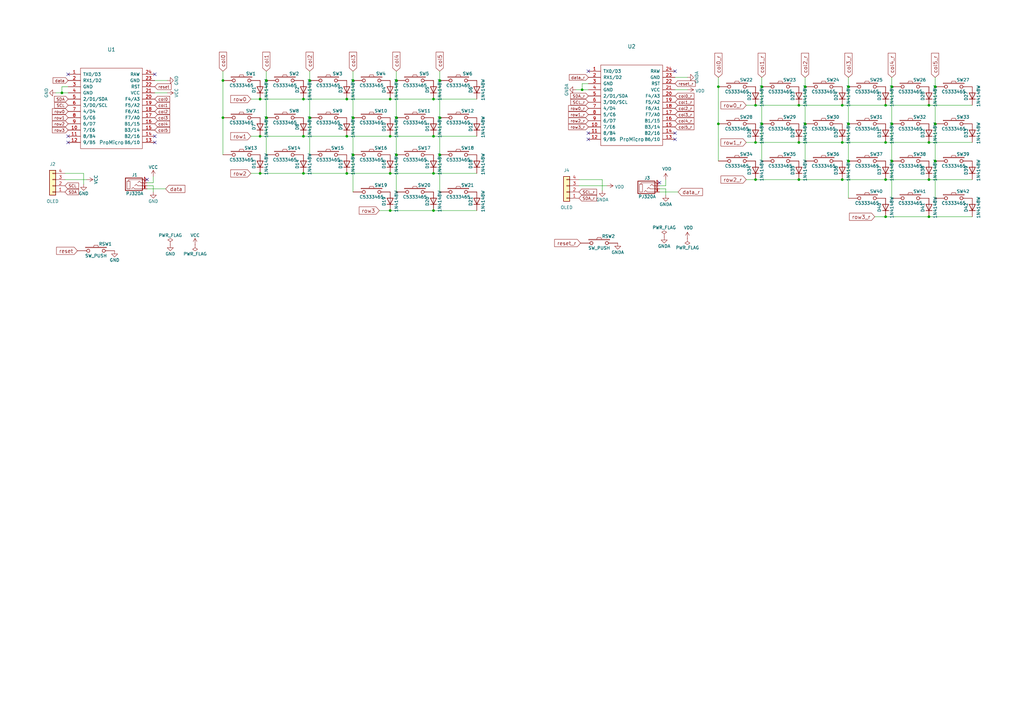
<source format=kicad_sch>
(kicad_sch (version 20230121) (generator eeschema)
  (paper "A3")
  (title_block (title "Corne Cherry") (date "2020-09-28") (rev "3.0.1") (company "foostan"))
  (lib_symbols
    (symbol "Connector_Generic:Conn_01x04" (pin_names (offset 1.016) hide)
      (property "Reference" "J" (at 0 5.08 0))
      (property "Value" "Conn_01x04" (at 0 -7.62 0))
      (symbol "Conn_01x04_1_1"
        (rectangle (start -1.27 -4.953) (end 0 -5.207) (stroke (width 0.1524)))
        (rectangle (start -1.27 -2.413) (end 0 -2.667) (stroke (width 0.1524)))
        (rectangle (start -1.27 0.127) (end 0 -0.127) (stroke (width 0.1524)))
        (rectangle (start -1.27 2.667) (end 0 2.413) (stroke (width 0.1524)))
        (rectangle (start -1.27 3.81) (end 1.27 -6.35) (stroke (width 0.254)) (fill (type background)))
        (pin passive line (at -5.08 2.54 0) (length 3.81) (name "Pin_1") (number "1"))
        (pin passive line (at -5.08 0 0) (length 3.81) (name "Pin_2") (number "2"))
        (pin passive line (at -5.08 -2.54 0) (length 3.81) (name "Pin_3") (number "3"))
        (pin passive line (at -5.08 -5.08 0) (length 3.81) (name "Pin_4") (number "4"))
      )
    )
    (symbol "Device:D" (pin_numbers hide) (pin_names (offset 1.016) hide)
      (property "Reference" "D" (at 0 2.54 0))
      (property "Value" "D" (at 0 -2.54 0))
      (symbol "D_0_1"
        (polyline (pts (xy -1.27 1.27) (xy -1.27 -1.27)) (stroke (width 0.254)))
        (polyline (pts (xy 1.27 0) (xy -1.27 0)))
        (polyline (pts (xy 1.27 1.27) (xy 1.27 -1.27) (xy -1.27 0) (xy 1.27 1.27)) (stroke (width 0.254)))
      )
      (symbol "D_1_1"
        (pin passive line (at -3.81 0 0) (length 2.54) (name "K") (number "1"))
        (pin passive line (at 3.81 0 180) (length 2.54) (name "A") (number "2"))
      )
    )
    (symbol "kbd:MJ-4PP-9" (pin_names (offset 1.016))
      (property "Reference" "J" (at 0 3.81 0))
      (property "Value" "MJ-4PP-9" (at 0 -3.81 0))
      (symbol "MJ-4PP-9_0_1"
        (rectangle (start -1.905 -1.905) (end -3.175 1.27))
        (polyline (pts (xy -2.54 1.27) (xy -2.54 1.905) (xy 3.175 1.905)))
        (polyline (pts (xy -1.27 -1.905) (xy -0.635 -1.27) (xy 0 -1.905) (xy 3.175 -1.905)))
        (polyline (pts (xy 0 -0.635) (xy 0.635 0) (xy 1.27 -0.635) (xy 3.175 -0.635)))
        (polyline (pts (xy 1.27 0.635) (xy 1.905 1.27) (xy 2.54 0.635) (xy 3.175 0.635)))
        (rectangle (start 3.175 2.54) (end -3.81 -2.54) (stroke (width 0.3048)))
      )
      (symbol "MJ-4PP-9_1_1"
        (pin input line (at 5.08 1.905 180) (length 2.0066) (name "~") (number "A"))
        (pin input line (at 5.08 -1.905 180) (length 2.0066) (name "~") (number "B"))
        (pin input line (at 5.08 -0.635 180) (length 2.0066) (name "~") (number "C"))
        (pin input line (at 5.08 0.635 180) (length 2.0066) (name "~") (number "D"))
      )
    )
    (symbol "kbd:ProMicro" (pin_names (offset 1.016))
      (property "Reference" "U" (at 0 19.05 0))
      (property "Value" "ProMicro" (at 0 -19.05 0))
      (symbol "ProMicro_0_1"
        (rectangle (start -12.7 16.51) (end 12.7 -16.51))
      )
      (symbol "ProMicro_1_1"
        (pin bidirectional line (at -17.78 13.97 0) (length 5.08) (name "TX0/D3") (number "1"))
        (pin bidirectional line (at -17.78 -8.89 0) (length 5.08) (name "7/E6") (number "10"))
        (pin bidirectional line (at -17.78 -11.43 0) (length 5.08) (name "8/B4") (number "11"))
        (pin bidirectional line (at -17.78 -13.97 0) (length 5.08) (name "9/B5") (number "12"))
        (pin bidirectional line (at 17.78 -13.97 180) (length 5.08) (name "B6/10") (number "13"))
        (pin bidirectional line (at 17.78 -11.43 180) (length 5.08) (name "B2/16") (number "14"))
        (pin bidirectional line (at 17.78 -8.89 180) (length 5.08) (name "B3/14") (number "15"))
        (pin bidirectional line (at 17.78 -6.35 180) (length 5.08) (name "B1/15") (number "16"))
        (pin bidirectional line (at 17.78 -3.81 180) (length 5.08) (name "F7/A0") (number "17"))
        (pin bidirectional line (at 17.78 -1.27 180) (length 5.08) (name "F6/A1") (number "18"))
        (pin bidirectional line (at 17.78 1.27 180) (length 5.08) (name "F5/A2") (number "19"))
        (pin bidirectional line (at -17.78 11.43 0) (length 5.08) (name "RX1/D2") (number "2"))
        (pin bidirectional line (at 17.78 3.81 180) (length 5.08) (name "F4/A3") (number "20"))
        (pin power_in line (at 17.78 6.35 180) (length 5.08) (name "VCC") (number "21"))
        (pin input line (at 17.78 8.89 180) (length 5.08) (name "RST") (number "22"))
        (pin power_in line (at 17.78 11.43 180) (length 5.08) (name "GND") (number "23"))
        (pin power_out line (at 17.78 13.97 180) (length 5.08) (name "RAW") (number "24"))
        (pin power_in line (at -17.78 8.89 0) (length 5.08) (name "GND") (number "3"))
        (pin power_in line (at -17.78 6.35 0) (length 5.08) (name "GND") (number "4"))
        (pin bidirectional line (at -17.78 3.81 0) (length 5.08) (name "2/D1/SDA") (number "5"))
        (pin bidirectional line (at -17.78 1.27 0) (length 5.08) (name "3/D0/SCL") (number "6"))
        (pin bidirectional line (at -17.78 -1.27 0) (length 5.08) (name "4/D4") (number "7"))
        (pin bidirectional line (at -17.78 -3.81 0) (length 5.08) (name "5/C6") (number "8"))
        (pin bidirectional line (at -17.78 -6.35 0) (length 5.08) (name "6/D7") (number "9"))
      )
    )
    (symbol "kbd:SW_PUSH" (pin_numbers hide) (pin_names (offset 1.016) hide)
      (property "Reference" "SW" (at 3.81 2.794 0))
      (property "Value" "SW_PUSH" (at 0 -2.032 0))
      (symbol "SW_PUSH_0_1"
        (rectangle (start -4.318 1.27) (end 4.318 1.524))
        (polyline (pts (xy -1.016 1.524) (xy -0.762 2.286) (xy 0.762 2.286) (xy 1.016 1.524)))
        (pin passive inverted (at -7.62 0 0) (length 5.08) (name "1") (number "1"))
        (pin passive inverted (at 7.62 0 180) (length 5.08) (name "2") (number "2"))
      )
    )
    (symbol "power:GND" (power) (pin_names (offset 0))
      (property "Value" "GND" (at 0 -3.81 0))
      (symbol "GND_0_1"
        (polyline (pts (xy 0 0) (xy 0 -1.27) (xy 1.27 -1.27) (xy 0 -2.54) (xy -1.27 -1.27) (xy 0 -1.27)))
      )
      (symbol "GND_1_1"
        (pin power_in line (at 0 0 270) (length 0) hide (name "GND") (number "1"))
      )
    )
    (symbol "power:GNDA" (power) (pin_names (offset 0))
      (property "Value" "GNDA" (at 0 -3.81 0))
      (symbol "GNDA_0_1"
        (polyline (pts (xy 0 0) (xy 0 -1.27) (xy 1.27 -1.27) (xy 0 -2.54) (xy -1.27 -1.27) (xy 0 -1.27)))
      )
      (symbol "GNDA_1_1"
        (pin power_in line (at 0 0 270) (length 0) hide (name "GNDA") (number "1"))
      )
    )
    (symbol "power:PWR_FLAG" (power) (pin_numbers hide) (pin_names (offset 0) hide)
      (property "Value" "PWR_FLAG" (at 0 3.81 0))
      (symbol "PWR_FLAG_0_0"
        (pin power_out line (at 0 0 90) (length 0) (name "pwr") (number "1"))
      )
      (symbol "PWR_FLAG_0_1"
        (polyline (pts (xy 0 0) (xy 0 1.27) (xy -1.016 1.905) (xy 0 2.54) (xy 1.016 1.905) (xy 0 1.27)))
      )
    )
    (symbol "power:VCC" (power) (pin_names (offset 0))
      (property "Value" "VCC" (at 0 3.81 0))
      (symbol "VCC_0_1"
        (polyline (pts (xy -0.762 1.27) (xy 0 2.54)))
        (polyline (pts (xy 0 0) (xy 0 2.54)))
        (polyline (pts (xy 0 2.54) (xy 0.762 1.27)))
      )
      (symbol "VCC_1_1"
        (pin power_in line (at 0 0 90) (length 0) hide (name "VCC") (number "1"))
      )
    )
    (symbol "power:VDD" (power) (pin_names (offset 0))
      (property "Value" "VDD" (at 0 3.81 0))
      (symbol "VDD_0_1"
        (polyline (pts (xy -0.762 1.27) (xy 0 2.54)))
        (polyline (pts (xy 0 0) (xy 0 2.54)))
        (polyline (pts (xy 0 2.54) (xy 0.762 1.27)))
      )
      (symbol "VDD_1_1"
        (pin power_in line (at 0 0 90) (length 0) hide (name "VDD") (number "1"))
      )
    )
  )
  (junction (at 142.24 40.64))
  (junction (at 127 48.26))
  (junction (at 363.22 58.42))
  (junction (at 160.02 71.12))
  (junction (at 345.44 73.66))
  (junction (at 309.88 73.66))
  (junction (at 162.56 63.5))
  (junction (at 309.88 43.18))
  (junction (at 381 58.42))
  (junction (at 177.8 55.88))
  (junction (at 177.8 40.64))
  (junction (at 25.4 38.1))
  (junction (at 330.2 50.8))
  (junction (at 383.54 66.04))
  (junction (at 294.64 35.56))
  (junction (at 312.42 50.8))
  (junction (at 142.24 71.12))
  (junction (at 177.8 71.12))
  (junction (at 381 43.18))
  (junction (at 109.22 48.26))
  (junction (at 347.98 35.56))
  (junction (at 327.66 73.66))
  (junction (at 160.02 40.64))
  (junction (at 294.64 50.8))
  (junction (at 238.76 36.83))
  (junction (at 180.34 33.02))
  (junction (at 106.68 71.12))
  (junction (at 363.22 73.66))
  (junction (at 347.98 66.04))
  (junction (at 312.42 35.56))
  (junction (at 160.02 86.36))
  (junction (at 363.22 88.9))
  (junction (at 160.02 55.88))
  (junction (at 365.76 66.04))
  (junction (at 144.78 48.26))
  (junction (at 144.78 33.02))
  (junction (at 106.68 55.88))
  (junction (at 381 88.9))
  (junction (at 106.68 40.64))
  (junction (at 327.66 43.18))
  (junction (at 144.78 63.5))
  (junction (at 162.56 33.02))
  (junction (at 327.66 58.42))
  (junction (at 365.76 50.8))
  (junction (at 180.34 48.26))
  (junction (at 109.22 33.02))
  (junction (at 127 33.02))
  (junction (at 91.44 48.26))
  (junction (at 177.8 86.36))
  (junction (at 124.46 55.88))
  (junction (at 345.44 58.42))
  (junction (at 345.44 43.18))
  (junction (at 383.54 35.56))
  (junction (at 381 73.66))
  (junction (at 365.76 35.56))
  (junction (at 91.44 33.02))
  (junction (at 309.88 58.42))
  (junction (at 142.24 55.88))
  (junction (at 347.98 50.8))
  (junction (at 330.2 35.56))
  (junction (at 162.56 48.26))
  (junction (at 124.46 71.12))
  (junction (at 180.34 63.5))
  (junction (at 124.46 40.64))
  (junction (at 363.22 43.18))
  (junction (at 383.54 50.8))
  (no_connect (at 63.5 58.42))
  (no_connect (at 63.5 55.88))
  (no_connect (at 241.3 57.15))
  (no_connect (at 60.325 73.66))
  (no_connect (at 241.3 54.61))
  (no_connect (at 276.86 54.61))
  (no_connect (at 241.3 29.21))
  (no_connect (at 27.94 58.42))
  (no_connect (at 27.94 30.48))
  (no_connect (at 270.51 74.93))
  (no_connect (at 276.86 29.21))
  (no_connect (at 27.94 55.88))
  (no_connect (at 276.86 57.15))
  (no_connect (at 63.5 30.48))
  (wire (pts (xy 312.42 50.8) (xy 312.42 66.04)))
  (wire (pts (xy 91.44 29.21) (xy 91.44 33.02)))
  (wire (pts (xy 294.64 31.75) (xy 294.64 35.56)))
  (wire (pts (xy 106.68 40.64) (xy 124.46 40.64)))
  (wire (pts (xy 177.8 55.88) (xy 195.58 55.88)))
  (wire (pts (xy 26.67 73.66) (xy 35.56 73.66)))
  (wire (pts (xy 91.44 33.02) (xy 91.44 48.26)))
  (wire (pts (xy 309.88 73.66) (xy 327.66 73.66)))
  (wire (pts (xy 162.56 63.5) (xy 162.56 78.74)))
  (wire (pts (xy 34.29 71.12) (xy 26.67 71.12)))
  (wire (pts (xy 62.865 74.93) (xy 62.865 72.39)))
  (wire (pts (xy 162.56 33.02) (xy 162.56 48.26)))
  (wire (pts (xy 270.51 78.74) (xy 278.13 78.74)))
  (wire (pts (xy 309.88 58.42) (xy 327.66 58.42)))
  (wire (pts (xy 381 58.42) (xy 398.78 58.42)))
  (wire (pts (xy 237.49 73.66) (xy 247.015 73.66)))
  (wire (pts (xy 177.8 86.36) (xy 195.58 86.36)))
  (wire (pts (xy 124.46 71.12) (xy 142.24 71.12)))
  (wire (pts (xy 106.68 71.12) (xy 124.46 71.12)))
  (wire (pts (xy 381 88.9) (xy 398.78 88.9)))
  (wire (pts (xy 383.54 66.04) (xy 383.54 81.28)))
  (wire (pts (xy 144.78 63.5) (xy 144.78 78.74)))
  (wire (pts (xy 27.94 35.56) (xy 25.4 35.56)))
  (wire (pts (xy 34.29 75.565) (xy 34.29 71.12)))
  (wire (pts (xy 330.2 31.75) (xy 330.2 35.56)))
  (wire (pts (xy 381 43.18) (xy 398.78 43.18)))
  (wire (pts (xy 237.49 76.2) (xy 248.92 76.2)))
  (wire (pts (xy 127 33.02) (xy 127 48.26)))
  (wire (pts (xy 102.87 40.64) (xy 106.68 40.64)))
  (wire (pts (xy 177.8 71.12) (xy 195.58 71.12)))
  (wire (pts (xy 22.86 38.1) (xy 25.4 38.1)))
  (wire (pts (xy 124.46 55.88) (xy 142.24 55.88)))
  (wire (pts (xy 180.34 48.26) (xy 180.34 63.5)))
  (wire (pts (xy 241.3 34.29) (xy 238.76 34.29)))
  (wire (pts (xy 60.325 76.2) (xy 62.865 76.2)))
  (wire (pts (xy 63.5 33.02) (xy 68.58 33.02)))
  (wire (pts (xy 25.4 35.56) (xy 25.4 38.1)))
  (wire (pts (xy 306.07 58.42) (xy 309.88 58.42)))
  (wire (pts (xy 345.44 43.18) (xy 363.22 43.18)))
  (wire (pts (xy 91.44 48.26) (xy 91.44 63.5)))
  (wire (pts (xy 363.22 73.66) (xy 381 73.66)))
  (wire (pts (xy 306.07 43.18) (xy 309.88 43.18)))
  (wire (pts (xy 144.78 29.21) (xy 144.78 33.02)))
  (wire (pts (xy 60.325 77.47) (xy 67.945 77.47)))
  (wire (pts (xy 365.76 35.56) (xy 365.76 50.8)))
  (wire (pts (xy 155.575 86.36) (xy 160.02 86.36)))
  (wire (pts (xy 109.22 48.26) (xy 109.22 63.5)))
  (wire (pts (xy 60.325 74.93) (xy 62.865 74.93)))
  (wire (pts (xy 124.46 40.64) (xy 142.24 40.64)))
  (wire (pts (xy 160.02 40.64) (xy 177.8 40.64)))
  (wire (pts (xy 276.86 31.75) (xy 281.94 31.75)))
  (wire (pts (xy 347.98 31.75) (xy 347.98 35.56)))
  (wire (pts (xy 294.64 35.56) (xy 294.64 50.8)))
  (wire (pts (xy 330.2 50.8) (xy 330.2 66.04)))
  (wire (pts (xy 309.88 43.18) (xy 327.66 43.18)))
  (wire (pts (xy 312.42 31.75) (xy 312.42 35.56)))
  (wire (pts (xy 270.51 76.2) (xy 273.05 76.2)))
  (wire (pts (xy 347.98 66.04) (xy 347.98 81.28)))
  (wire (pts (xy 160.02 86.36) (xy 177.8 86.36)))
  (wire (pts (xy 327.66 73.66) (xy 345.44 73.66)))
  (wire (pts (xy 177.8 40.64) (xy 195.58 40.64)))
  (wire (pts (xy 144.78 33.02) (xy 144.78 48.26)))
  (wire (pts (xy 363.22 58.42) (xy 381 58.42)))
  (wire (pts (xy 273.05 76.2) (xy 273.05 73.66)))
  (wire (pts (xy 106.68 55.88) (xy 124.46 55.88)))
  (wire (pts (xy 312.42 35.56) (xy 312.42 50.8)))
  (wire (pts (xy 365.76 66.04) (xy 365.76 81.28)))
  (wire (pts (xy 109.22 33.02) (xy 109.22 48.26)))
  (wire (pts (xy 247.015 73.66) (xy 247.015 78.105)))
  (wire (pts (xy 363.22 43.18) (xy 381 43.18)))
  (wire (pts (xy 109.22 29.21) (xy 109.22 33.02)))
  (wire (pts (xy 383.54 31.75) (xy 383.54 35.56)))
  (wire (pts (xy 363.22 88.9) (xy 381 88.9)))
  (wire (pts (xy 345.44 58.42) (xy 363.22 58.42)))
  (wire (pts (xy 238.76 36.83) (xy 241.3 36.83)))
  (wire (pts (xy 127 48.26) (xy 127 63.5)))
  (wire (pts (xy 142.24 40.64) (xy 160.02 40.64)))
  (wire (pts (xy 347.98 50.8) (xy 347.98 66.04)))
  (wire (pts (xy 62.865 76.2) (xy 62.865 78.74)))
  (wire (pts (xy 383.54 50.8) (xy 383.54 66.04)))
  (wire (pts (xy 276.86 36.83) (xy 281.94 36.83)))
  (wire (pts (xy 347.98 35.56) (xy 347.98 50.8)))
  (wire (pts (xy 63.5 38.1) (xy 68.58 38.1)))
  (wire (pts (xy 270.51 77.47) (xy 273.05 77.47)))
  (wire (pts (xy 273.05 77.47) (xy 273.05 80.01)))
  (wire (pts (xy 144.78 48.26) (xy 144.78 63.5)))
  (wire (pts (xy 327.66 58.42) (xy 345.44 58.42)))
  (wire (pts (xy 345.44 73.66) (xy 363.22 73.66)))
  (wire (pts (xy 162.56 29.21) (xy 162.56 33.02)))
  (wire (pts (xy 102.87 71.12) (xy 106.68 71.12)))
  (wire (pts (xy 383.54 35.56) (xy 383.54 50.8)))
  (wire (pts (xy 306.07 73.66) (xy 309.88 73.66)))
  (wire (pts (xy 160.02 71.12) (xy 177.8 71.12)))
  (wire (pts (xy 365.76 50.8) (xy 365.76 66.04)))
  (wire (pts (xy 142.24 71.12) (xy 160.02 71.12)))
  (wire (pts (xy 381 73.66) (xy 398.78 73.66)))
  (wire (pts (xy 102.87 55.88) (xy 106.68 55.88)))
  (wire (pts (xy 365.76 31.75) (xy 365.76 35.56)))
  (wire (pts (xy 236.22 36.83) (xy 238.76 36.83)))
  (wire (pts (xy 127 29.21) (xy 127 33.02)))
  (wire (pts (xy 358.775 88.9) (xy 363.22 88.9)))
  (wire (pts (xy 180.34 33.02) (xy 180.34 48.26)))
  (wire (pts (xy 162.56 48.26) (xy 162.56 63.5)))
  (wire (pts (xy 330.2 35.56) (xy 330.2 50.8)))
  (wire (pts (xy 25.4 38.1) (xy 27.94 38.1)))
  (wire (pts (xy 142.24 55.88) (xy 160.02 55.88)))
  (wire (pts (xy 294.64 50.8) (xy 294.64 66.04)))
  (wire (pts (xy 160.02 55.88) (xy 177.8 55.88)))
  (wire (pts (xy 180.34 63.5) (xy 180.34 78.74)))
  (wire (pts (xy 327.66 43.18) (xy 345.44 43.18)))
  (wire (pts (xy 238.76 34.29) (xy 238.76 36.83)))
  (wire (pts (xy 180.34 29.21) (xy 180.34 33.02)))
  (global_label "col4" (shape input) (at 63.5 50.8 0) (effects (font (size 1.1938 1.1938))) (property "Intersheetrefs" "${INTERSHEET_REFS}" (effects hide)))
  (global_label "row3_r" (shape input) (at 358.775 88.9 180) (effects (font (size 1.524 1.524))) (property "Intersheetrefs" "${INTERSHEET_REFS}" (effects hide)))
  (global_label "col5_r" (shape input) (at 276.86 52.07 0) (effects (font (size 1.1938 1.1938))) (property "Intersheetrefs" "${INTERSHEET_REFS}" (effects hide)))
  (global_label "col0" (shape input) (at 91.44 29.21 90) (effects (font (size 1.524 1.524))) (property "Intersheetrefs" "${INTERSHEET_REFS}" (effects hide)))
  (global_label "SCL_r" (shape input) (at 237.49 78.74 0) (effects (font (size 1.1938 1.1938))) (property "Intersheetrefs" "${INTERSHEET_REFS}" (effects hide)))
  (global_label "reset" (shape input) (at 31.75 102.87 180) (effects (font (size 1.524 1.524))) (property "Intersheetrefs" "${INTERSHEET_REFS}" (effects hide)))
  (global_label "col1" (shape input) (at 109.22 29.21 90) (effects (font (size 1.524 1.524))) (property "Intersheetrefs" "${INTERSHEET_REFS}" (effects hide)))
  (global_label "row0" (shape input) (at 102.87 40.64 180) (effects (font (size 1.524 1.524))) (property "Intersheetrefs" "${INTERSHEET_REFS}" (effects hide)))
  (global_label "data" (shape input) (at 27.94 33.02 180) (effects (font (size 1.1938 1.1938))) (property "Intersheetrefs" "${INTERSHEET_REFS}" (effects hide)))
  (global_label "col2_r" (shape input) (at 276.86 44.45 0) (effects (font (size 1.1938 1.1938))) (property "Intersheetrefs" "${INTERSHEET_REFS}" (effects hide)))
  (global_label "data_r" (shape input) (at 241.3 31.75 180) (effects (font (size 1.1938 1.1938))) (property "Intersheetrefs" "${INTERSHEET_REFS}" (effects hide)))
  (global_label "row1_r" (shape input) (at 306.07 58.42 180) (effects (font (size 1.524 1.524))) (property "Intersheetrefs" "${INTERSHEET_REFS}" (effects hide)))
  (global_label "col5" (shape input) (at 63.5 53.34 0) (effects (font (size 1.1938 1.1938))) (property "Intersheetrefs" "${INTERSHEET_REFS}" (effects hide)))
  (global_label "col3" (shape input) (at 63.5 48.26 0) (effects (font (size 1.1938 1.1938))) (property "Intersheetrefs" "${INTERSHEET_REFS}" (effects hide)))
  (global_label "row2" (shape input) (at 102.87 71.12 180) (effects (font (size 1.524 1.524))) (property "Intersheetrefs" "${INTERSHEET_REFS}" (effects hide)))
  (global_label "col1" (shape input) (at 63.5 43.18 0) (effects (font (size 1.1938 1.1938))) (property "Intersheetrefs" "${INTERSHEET_REFS}" (effects hide)))
  (global_label "data_r" (shape input) (at 278.13 78.74 0) (effects (font (size 1.524 1.524))) (property "Intersheetrefs" "${INTERSHEET_REFS}" (effects hide)))
  (global_label "SCL" (shape input) (at 26.67 76.2 0) (effects (font (size 1.1938 1.1938))) (property "Intersheetrefs" "${INTERSHEET_REFS}" (effects hide)))
  (global_label "row1" (shape input) (at 102.87 55.88 180) (effects (font (size 1.524 1.524))) (property "Intersheetrefs" "${INTERSHEET_REFS}" (effects hide)))
  (global_label "SDA" (shape input) (at 26.67 78.74 0) (effects (font (size 1.1938 1.1938))) (property "Intersheetrefs" "${INTERSHEET_REFS}" (effects hide)))
  (global_label "col3_r" (shape input) (at 276.86 46.99 0) (effects (font (size 1.1938 1.1938))) (property "Intersheetrefs" "${INTERSHEET_REFS}" (effects hide)))
  (global_label "reset" (shape input) (at 63.5 35.56 0) (effects (font (size 1.1938 1.1938))) (property "Intersheetrefs" "${INTERSHEET_REFS}" (effects hide)))
  (global_label "col2" (shape input) (at 127 29.21 90) (effects (font (size 1.524 1.524))) (property "Intersheetrefs" "${INTERSHEET_REFS}" (effects hide)))
  (global_label "SCL_r" (shape input) (at 241.3 41.91 180) (effects (font (size 1.1938 1.1938))) (property "Intersheetrefs" "${INTERSHEET_REFS}" (effects hide)))
  (global_label "row1_r" (shape input) (at 241.3 46.99 180) (effects (font (size 1.1938 1.1938))) (property "Intersheetrefs" "${INTERSHEET_REFS}" (effects hide)))
  (global_label "row1" (shape input) (at 27.94 48.26 180) (effects (font (size 1.1938 1.1938))) (property "Intersheetrefs" "${INTERSHEET_REFS}" (effects hide)))
  (global_label "col0_r" (shape input) (at 294.64 31.75 90) (effects (font (size 1.524 1.524))) (property "Intersheetrefs" "${INTERSHEET_REFS}" (effects hide)))
  (global_label "row0_r" (shape input) (at 306.07 43.18 180) (effects (font (size 1.524 1.524))) (property "Intersheetrefs" "${INTERSHEET_REFS}" (effects hide)))
  (global_label "row2" (shape input) (at 27.94 50.8 180) (effects (font (size 1.1938 1.1938))) (property "Intersheetrefs" "${INTERSHEET_REFS}" (effects hide)))
  (global_label "row0" (shape input) (at 27.94 45.72 180) (effects (font (size 1.1938 1.1938))) (property "Intersheetrefs" "${INTERSHEET_REFS}" (effects hide)))
  (global_label "col4_r" (shape input) (at 276.86 49.53 0) (effects (font (size 1.1938 1.1938))) (property "Intersheetrefs" "${INTERSHEET_REFS}" (effects hide)))
  (global_label "col0_r" (shape input) (at 276.86 39.37 0) (effects (font (size 1.1938 1.1938))) (property "Intersheetrefs" "${INTERSHEET_REFS}" (effects hide)))
  (global_label "col5_r" (shape input) (at 383.54 31.75 90) (effects (font (size 1.524 1.524))) (property "Intersheetrefs" "${INTERSHEET_REFS}" (effects hide)))
  (global_label "col5" (shape input) (at 180.34 29.21 90) (effects (font (size 1.524 1.524))) (property "Intersheetrefs" "${INTERSHEET_REFS}" (effects hide)))
  (global_label "SCL" (shape input) (at 27.94 43.18 180) (effects (font (size 1.1938 1.1938))) (property "Intersheetrefs" "${INTERSHEET_REFS}" (effects hide)))
  (global_label "reset_r" (shape input) (at 238.125 99.695 180) (effects (font (size 1.524 1.524))) (property "Intersheetrefs" "${INTERSHEET_REFS}" (effects hide)))
  (global_label "col1_r" (shape input) (at 276.86 41.91 0) (effects (font (size 1.1938 1.1938))) (property "Intersheetrefs" "${INTERSHEET_REFS}" (effects hide)))
  (global_label "row3_r" (shape input) (at 241.3 52.07 180) (effects (font (size 1.1938 1.1938))) (property "Intersheetrefs" "${INTERSHEET_REFS}" (effects hide)))
  (global_label "row3" (shape input) (at 155.575 86.36 180) (effects (font (size 1.524 1.524))) (property "Intersheetrefs" "${INTERSHEET_REFS}" (effects hide)))
  (global_label "row0_r" (shape input) (at 241.3 44.45 180) (effects (font (size 1.1938 1.1938))) (property "Intersheetrefs" "${INTERSHEET_REFS}" (effects hide)))
  (global_label "col4" (shape input) (at 162.56 29.21 90) (effects (font (size 1.524 1.524))) (property "Intersheetrefs" "${INTERSHEET_REFS}" (effects hide)))
  (global_label "col4_r" (shape input) (at 365.76 31.75 90) (effects (font (size 1.524 1.524))) (property "Intersheetrefs" "${INTERSHEET_REFS}" (effects hide)))
  (global_label "col1_r" (shape input) (at 312.42 31.75 90) (effects (font (size 1.524 1.524))) (property "Intersheetrefs" "${INTERSHEET_REFS}" (effects hide)))
  (global_label "row2_r" (shape input) (at 306.07 73.66 180) (effects (font (size 1.524 1.524))) (property "Intersheetrefs" "${INTERSHEET_REFS}" (effects hide)))
  (global_label "SDA_r" (shape input) (at 241.3 39.37 180) (effects (font (size 1.1938 1.1938))) (property "Intersheetrefs" "${INTERSHEET_REFS}" (effects hide)))
  (global_label "col2" (shape input) (at 63.5 45.72 0) (effects (font (size 1.1938 1.1938))) (property "Intersheetrefs" "${INTERSHEET_REFS}" (effects hide)))
  (global_label "SDA" (shape input) (at 27.94 40.64 180) (effects (font (size 1.1938 1.1938))) (property "Intersheetrefs" "${INTERSHEET_REFS}" (effects hide)))
  (global_label "row2_r" (shape input) (at 241.3 49.53 180) (effects (font (size 1.1938 1.1938))) (property "Intersheetrefs" "${INTERSHEET_REFS}" (effects hide)))
  (global_label "col2_r" (shape input) (at 330.2 31.75 90) (effects (font (size 1.524 1.524))) (property "Intersheetrefs" "${INTERSHEET_REFS}" (effects hide)))
  (global_label "col0" (shape input) (at 63.5 40.64 0) (effects (font (size 1.1938 1.1938))) (property "Intersheetrefs" "${INTERSHEET_REFS}" (effects hide)))
  (global_label "col3_r" (shape input) (at 347.98 31.75 90) (effects (font (size 1.524 1.524))) (property "Intersheetrefs" "${INTERSHEET_REFS}" (effects hide)))
  (global_label "reset_r" (shape input) (at 276.86 34.29 0) (effects (font (size 1.1938 1.1938))) (property "Intersheetrefs" "${INTERSHEET_REFS}" (effects hide)))
  (global_label "SDA_r" (shape input) (at 237.49 81.28 0) (effects (font (size 1.1938 1.1938))) (property "Intersheetrefs" "${INTERSHEET_REFS}" (effects hide)))
  (global_label "col3" (shape input) (at 144.78 29.21 90) (effects (font (size 1.524 1.524))) (property "Intersheetrefs" "${INTERSHEET_REFS}" (effects hide)))
  (global_label "row3" (shape input) (at 27.94 53.34 180) (effects (font (size 1.1938 1.1938))) (property "Intersheetrefs" "${INTERSHEET_REFS}" (effects hide)))
  (global_label "data" (shape input) (at 67.945 77.47 0) (effects (font (size 1.524 1.524))) (property "Intersheetrefs" "${INTERSHEET_REFS}" (effects hide)))
  (symbol (lib_id "kbd:ProMicro") (at 45.72 44.45 0) (unit 1)
    (property "Reference" "U1" (at 45.72 20.32 0) (effects (font (size 1.524 1.524))))
    (property "Value" "ProMicro" (at 45.72 58.42 0) (effects (font (size 1.524 1.524))))
    (property "Footprint" "kbd:ProMicro_v3" (effects hide))
  )
  (symbol (lib_id "kbd:SW_PUSH") (at 116.84 33.02 0) (unit 1)
    (property "Reference" "SW2" (at 120.65 30.226 0))
    (property "Value" "C5333465" (at 116.84 35.052 0))
    (property "Footprint" "kbd:CherryMX_Hotswap" (effects hide))
  )
  (symbol (lib_id "Device:D") (at 124.46 36.83 90) (unit 1)
    (property "Reference" "D2" (at 121.92 36.83 0))
    (property "Value" "1N4148W" (at 127 36.83 0))
    (property "Footprint" "kbd:D3_SMD_v2" (effects hide))
  )
  (symbol (lib_id "kbd:SW_PUSH") (at 134.62 33.02 0) (unit 1)
    (property "Reference" "SW3" (at 138.43 30.226 0))
    (property "Value" "C5333465" (at 134.62 35.052 0))
    (property "Footprint" "kbd:CherryMX_Hotswap" (effects hide))
  )
  (symbol (lib_id "Device:D") (at 142.24 36.83 90) (unit 1)
    (property "Reference" "D3" (at 139.7 36.83 0))
    (property "Value" "1N4148W" (at 144.78 36.83 0))
    (property "Footprint" "kbd:D3_SMD_v2" (effects hide))
  )
  (symbol (lib_id "kbd:SW_PUSH") (at 152.4 33.02 0) (unit 1)
    (property "Reference" "SW4" (at 156.21 30.226 0))
    (property "Value" "C5333465" (at 152.4 35.052 0))
    (property "Footprint" "kbd:CherryMX_Hotswap" (effects hide))
  )
  (symbol (lib_id "kbd:SW_PUSH") (at 170.18 33.02 0) (unit 1)
    (property "Reference" "SW5" (at 173.99 30.226 0))
    (property "Value" "C5333465" (at 170.18 35.052 0))
    (property "Footprint" "kbd:CherryMX_Hotswap" (effects hide))
  )
  (symbol (lib_id "kbd:SW_PUSH") (at 187.96 33.02 0) (unit 1)
    (property "Reference" "SW6" (at 191.77 30.226 0))
    (property "Value" "C5333465" (at 187.96 35.052 0))
    (property "Footprint" "kbd:CherryMX_Hotswap" (effects hide))
  )
  (symbol (lib_id "Device:D") (at 160.02 36.83 90) (unit 1)
    (property "Reference" "D4" (at 157.48 36.83 0))
    (property "Value" "1N4148W" (at 162.56 36.83 0))
    (property "Footprint" "kbd:D3_SMD_v2" (effects hide))
  )
  (symbol (lib_id "Device:D") (at 177.8 36.83 90) (unit 1)
    (property "Reference" "D5" (at 175.26 36.83 0))
    (property "Value" "1N4148W" (at 180.34 36.83 0))
    (property "Footprint" "kbd:D3_SMD_v2" (effects hide))
  )
  (symbol (lib_id "Device:D") (at 195.58 36.83 90) (unit 1)
    (property "Reference" "D6" (at 193.04 36.83 0))
    (property "Value" "1N4148W" (at 198.12 36.83 0))
    (property "Footprint" "kbd:D3_SMD_v2" (effects hide))
  )
  (symbol (lib_id "kbd:SW_PUSH") (at 99.06 33.02 0) (unit 1)
    (property "Reference" "SW1" (at 102.87 30.226 0))
    (property "Value" "C5333465" (at 99.06 35.052 0))
    (property "Footprint" "kbd:CherryMX_Hotswap" (effects hide))
  )
  (symbol (lib_id "Device:D") (at 106.68 36.83 90) (unit 1)
    (property "Reference" "D1" (at 104.14 36.83 0))
    (property "Value" "1N4148W" (at 109.22 36.83 0))
    (property "Footprint" "kbd:D3_SMD_v2" (effects hide))
  )
  (symbol (lib_id "kbd:SW_PUSH") (at 116.84 48.26 0) (unit 1)
    (property "Reference" "SW8" (at 120.65 45.466 0))
    (property "Value" "C5333465" (at 116.84 50.292 0))
    (property "Footprint" "kbd:CherryMX_Hotswap" (effects hide))
  )
  (symbol (lib_id "Device:D") (at 124.46 52.07 90) (unit 1)
    (property "Reference" "D8" (at 121.92 52.07 0))
    (property "Value" "1N4148W" (at 127 52.07 0))
    (property "Footprint" "kbd:D3_SMD_v2" (effects hide))
  )
  (symbol (lib_id "kbd:SW_PUSH") (at 134.62 48.26 0) (unit 1)
    (property "Reference" "SW9" (at 138.43 45.466 0))
    (property "Value" "C5333465" (at 134.62 50.292 0))
    (property "Footprint" "kbd:CherryMX_Hotswap" (effects hide))
  )
  (symbol (lib_id "Device:D") (at 142.24 52.07 90) (unit 1)
    (property "Reference" "D9" (at 139.7 52.07 0))
    (property "Value" "1N4148W" (at 144.78 52.07 0))
    (property "Footprint" "kbd:D3_SMD_v2" (effects hide))
  )
  (symbol (lib_id "kbd:SW_PUSH") (at 152.4 48.26 0) (unit 1)
    (property "Reference" "SW10" (at 156.21 45.466 0))
    (property "Value" "C5333465" (at 152.4 50.292 0))
    (property "Footprint" "kbd:CherryMX_Hotswap" (effects hide))
  )
  (symbol (lib_id "kbd:SW_PUSH") (at 170.18 48.26 0) (unit 1)
    (property "Reference" "SW11" (at 173.99 45.466 0))
    (property "Value" "C5333465" (at 170.18 50.292 0))
    (property "Footprint" "kbd:CherryMX_Hotswap" (effects hide))
  )
  (symbol (lib_id "kbd:SW_PUSH") (at 187.96 48.26 0) (unit 1)
    (property "Reference" "SW12" (at 191.77 45.466 0))
    (property "Value" "C5333465" (at 187.96 50.292 0))
    (property "Footprint" "kbd:CherryMX_Hotswap" (effects hide))
  )
  (symbol (lib_id "Device:D") (at 160.02 52.07 90) (unit 1)
    (property "Reference" "D10" (at 157.48 52.07 0))
    (property "Value" "1N4148W" (at 162.56 52.07 0))
    (property "Footprint" "kbd:D3_SMD_v2" (effects hide))
  )
  (symbol (lib_id "Device:D") (at 177.8 52.07 90) (unit 1)
    (property "Reference" "D11" (at 175.26 52.07 0))
    (property "Value" "1N4148W" (at 180.34 52.07 0))
    (property "Footprint" "kbd:D3_SMD_v2" (effects hide))
  )
  (symbol (lib_id "Device:D") (at 195.58 52.07 90) (unit 1)
    (property "Reference" "D12" (at 193.04 52.07 0))
    (property "Value" "1N4148W" (at 198.12 52.07 0))
    (property "Footprint" "kbd:D3_SMD_v2" (effects hide))
  )
  (symbol (lib_id "kbd:SW_PUSH") (at 99.06 48.26 0) (unit 1)
    (property "Reference" "SW7" (at 102.87 45.466 0))
    (property "Value" "C5333465" (at 99.06 50.292 0))
    (property "Footprint" "kbd:CherryMX_Hotswap" (effects hide))
  )
  (symbol (lib_id "Device:D") (at 106.68 52.07 90) (unit 1)
    (property "Reference" "D7" (at 104.14 52.07 0))
    (property "Value" "1N4148W" (at 109.22 52.07 0))
    (property "Footprint" "kbd:D3_SMD_v2" (effects hide))
  )
  (symbol (lib_id "kbd:SW_PUSH") (at 116.84 63.5 0) (unit 1)
    (property "Reference" "SW14" (at 120.65 60.706 0))
    (property "Value" "C5333465" (at 116.84 65.532 0))
    (property "Footprint" "kbd:CherryMX_Hotswap" (effects hide))
  )
  (symbol (lib_id "Device:D") (at 124.46 67.31 90) (unit 1)
    (property "Reference" "D14" (at 121.92 67.31 0))
    (property "Value" "1N4148W" (at 127 67.31 0))
    (property "Footprint" "kbd:D3_SMD_v2" (effects hide))
  )
  (symbol (lib_id "kbd:SW_PUSH") (at 134.62 63.5 0) (unit 1)
    (property "Reference" "SW15" (at 138.43 60.706 0))
    (property "Value" "C5333465" (at 134.62 65.532 0))
    (property "Footprint" "kbd:CherryMX_Hotswap" (effects hide))
  )
  (symbol (lib_id "Device:D") (at 142.24 67.31 90) (unit 1)
    (property "Reference" "D15" (at 139.7 67.31 0))
    (property "Value" "1N4148W" (at 144.78 67.31 0))
    (property "Footprint" "kbd:D3_SMD_v2" (effects hide))
  )
  (symbol (lib_id "kbd:SW_PUSH") (at 152.4 63.5 0) (unit 1)
    (property "Reference" "SW16" (at 156.21 60.706 0))
    (property "Value" "C5333465" (at 152.4 65.532 0))
    (property "Footprint" "kbd:CherryMX_Hotswap" (effects hide))
  )
  (symbol (lib_id "kbd:SW_PUSH") (at 170.18 63.5 0) (unit 1)
    (property "Reference" "SW17" (at 173.99 60.706 0))
    (property "Value" "C5333465" (at 170.18 65.532 0))
    (property "Footprint" "kbd:CherryMX_Hotswap" (effects hide))
  )
  (symbol (lib_id "kbd:SW_PUSH") (at 187.96 63.5 0) (unit 1)
    (property "Reference" "SW18" (at 191.77 60.706 0))
    (property "Value" "C5333465" (at 187.96 65.532 0))
    (property "Footprint" "kbd:CherryMX_Hotswap" (effects hide))
  )
  (symbol (lib_id "Device:D") (at 160.02 67.31 90) (unit 1)
    (property "Reference" "D16" (at 157.48 67.31 0))
    (property "Value" "1N4148W" (at 162.56 67.31 0))
    (property "Footprint" "kbd:D3_SMD_v2" (effects hide))
  )
  (symbol (lib_id "Device:D") (at 177.8 67.31 90) (unit 1)
    (property "Reference" "D17" (at 175.26 67.31 0))
    (property "Value" "1N4148W" (at 180.34 67.31 0))
    (property "Footprint" "kbd:D3_SMD_v2" (effects hide))
  )
  (symbol (lib_id "Device:D") (at 195.58 67.31 90) (unit 1)
    (property "Reference" "D18" (at 193.04 67.31 0))
    (property "Value" "1N4148W" (at 198.12 67.31 0))
    (property "Footprint" "kbd:D3_SMD_v2" (effects hide))
  )
  (symbol (lib_id "kbd:SW_PUSH") (at 99.06 63.5 0) (unit 1)
    (property "Reference" "SW13" (at 102.87 60.706 0))
    (property "Value" "C5333465" (at 99.06 65.532 0))
    (property "Footprint" "kbd:CherryMX_Hotswap" (effects hide))
  )
  (symbol (lib_id "Device:D") (at 106.68 67.31 90) (unit 1)
    (property "Reference" "D13" (at 104.14 67.31 0))
    (property "Value" "1N4148W" (at 109.22 67.31 0))
    (property "Footprint" "kbd:D3_SMD_v2" (effects hide))
  )
  (symbol (lib_id "kbd:SW_PUSH") (at 170.18 78.74 0) (unit 1)
    (property "Reference" "SW20" (at 173.99 75.946 0))
    (property "Value" "C5333465" (at 170.18 80.772 0))
    (property "Footprint" "kbd:CherryMX_Hotswap" (effects hide))
  )
  (symbol (lib_id "Device:D") (at 177.8 82.55 90) (unit 1)
    (property "Reference" "D20" (at 175.26 82.55 0))
    (property "Value" "1N4148W" (at 180.34 82.55 0))
    (property "Footprint" "kbd:D3_SMD_v2" (effects hide))
  )
  (symbol (lib_id "kbd:SW_PUSH") (at 187.96 78.74 0) (unit 1)
    (property "Reference" "SW21" (at 191.77 75.946 0))
    (property "Value" "C5333465" (at 187.96 80.772 0))
    (property "Footprint" "kbd:CherryMX_Hotswap_1.5u" (effects hide))
  )
  (symbol (lib_id "Device:D") (at 195.58 82.55 90) (unit 1)
    (property "Reference" "D21" (at 193.04 82.55 0))
    (property "Value" "1N4148W" (at 198.12 82.55 0))
    (property "Footprint" "kbd:D3_SMD_v2" (effects hide))
  )
  (symbol (lib_id "kbd:SW_PUSH") (at 152.4 78.74 0) (unit 1)
    (property "Reference" "SW19" (at 156.21 75.946 0))
    (property "Value" "C5333465" (at 152.4 80.772 0))
    (property "Footprint" "kbd:CherryMX_Hotswap" (effects hide))
  )
  (symbol (lib_id "Device:D") (at 160.02 82.55 90) (unit 1)
    (property "Reference" "D19" (at 157.48 82.55 0))
    (property "Value" "1N4148W" (at 162.56 82.55 0))
    (property "Footprint" "kbd:D3_SMD_v2" (effects hide))
  )
  (symbol (lib_id "power:GND") (at 68.58 33.02 90) (unit 1)
    (property "Reference" "#PWR07" (effects hide))
    (property "Value" "GND" (at 72.39 33.02 0))
  )
  (symbol (lib_id "power:VCC") (at 68.58 38.1 270) (unit 1)
    (property "Reference" "#PWR09" (effects hide))
    (property "Value" "VCC" (at 72.39 38.1 0))
  )
  (symbol (lib_id "power:GND") (at 22.86 38.1 270) (unit 1)
    (property "Reference" "#PWR08" (effects hide))
    (property "Value" "GND" (at 19.05 38.1 0))
  )
  (symbol (lib_id "power:GND") (at 69.85 100.33 0) (unit 1)
    (property "Reference" "#PWR04" (effects hide))
    (property "Value" "GND" (at 69.85 104.14 0))
  )
  (symbol (lib_id "power:VCC") (at 80.01 100.33 0) (unit 1)
    (property "Reference" "#PWR05" (effects hide))
    (property "Value" "VCC" (at 80.01 96.52 0))
  )
  (symbol (lib_id "power:PWR_FLAG") (at 80.01 100.33 180) (unit 1)
    (property "Reference" "#FLG02" (effects hide))
    (property "Value" "PWR_FLAG" (at 80.01 104.14 0))
  )
  (symbol (lib_id "power:PWR_FLAG") (at 69.85 100.33 0) (unit 1)
    (property "Reference" "#FLG01" (effects hide))
    (property "Value" "PWR_FLAG" (at 69.85 96.52 0))
  )
  (symbol (lib_id "kbd:SW_PUSH") (at 39.37 102.87 0) (unit 1)
    (property "Reference" "RSW1" (at 43.18 100.076 0))
    (property "Value" "SW_PUSH" (at 39.37 104.902 0))
    (property "Footprint" "kbd:ResetSW_1side" (effects hide))
  )
  (symbol (lib_id "power:GND") (at 46.99 102.87 0) (unit 1)
    (property "Reference" "#PWR06" (effects hide))
    (property "Value" "GND" (at 46.99 106.68 0))
  )
  (symbol (lib_id "power:VCC") (at 62.865 72.39 0) (unit 1)
    (property "Reference" "#PWR010" (effects hide))
    (property "Value" "VCC" (at 62.865 68.58 0))
  )
  (symbol (lib_id "power:GND") (at 62.865 78.74 0) (unit 1)
    (property "Reference" "#PWR011" (effects hide))
    (property "Value" "GND" (at 62.865 82.55 0))
  )
  (symbol (lib_id "Connector_Generic:Conn_01x04") (at 21.59 76.2 180) (unit 1)
    (property "Reference" "J2" (at 21.59 67.31 0))
    (property "Value" "OLED" (at 21.59 82.55 0))
    (property "Footprint" "kbd:OLED_1side" (effects hide))
  )
  (symbol (lib_id "power:GND") (at 34.29 75.565 0) (unit 1)
    (property "Reference" "#PWR013" (effects hide))
    (property "Value" "GND" (at 34.29 79.375 0))
  )
  (symbol (lib_id "power:VCC") (at 35.56 73.66 270) (unit 1)
    (property "Reference" "#PWR012" (effects hide))
    (property "Value" "VCC" (at 39.37 73.66 0))
  )
  (symbol (lib_id "kbd:MJ-4PP-9") (at 55.245 75.565 0) (unit 1)
    (property "Reference" "J1" (at 55.245 71.755 0))
    (property "Value" "PJ320A" (at 55.245 79.375 0))
    (property "Footprint" "kbd:MJ-4PP-9_1side" (effects hide))
  )
  (symbol (lib_id "kbd:ProMicro") (at 259.08 43.18 0) (unit 1)
    (property "Reference" "U2" (at 259.08 19.05 0) (effects (font (size 1.524 1.524))))
    (property "Value" "ProMicro" (at 259.08 57.15 0) (effects (font (size 1.524 1.524))))
    (property "Footprint" "kbd:ProMicro_v3" (effects hide))
  )
  (symbol (lib_id "kbd:SW_PUSH") (at 320.04 35.56 0) (unit 1)
    (property "Reference" "SW23" (at 323.85 32.766 0))
    (property "Value" "C5333465" (at 320.04 37.592 0))
    (property "Footprint" "kbd:CherryMX_Hotswap" (effects hide))
  )
  (symbol (lib_id "Device:D") (at 327.66 39.37 90) (unit 1)
    (property "Reference" "D23" (at 325.12 39.37 0))
    (property "Value" "1N4148W" (at 330.2 39.37 0))
    (property "Footprint" "kbd:D3_SMD_v2" (effects hide))
  )
  (symbol (lib_id "kbd:SW_PUSH") (at 337.82 35.56 0) (unit 1)
    (property "Reference" "SW24" (at 341.63 32.766 0))
    (property "Value" "C5333465" (at 337.82 37.592 0))
    (property "Footprint" "kbd:CherryMX_Hotswap" (effects hide))
  )
  (symbol (lib_id "Device:D") (at 345.44 39.37 90) (unit 1)
    (property "Reference" "D24" (at 342.9 39.37 0))
    (property "Value" "1N4148W" (at 347.98 39.37 0))
    (property "Footprint" "kbd:D3_SMD_v2" (effects hide))
  )
  (symbol (lib_id "kbd:SW_PUSH") (at 355.6 35.56 0) (unit 1)
    (property "Reference" "SW25" (at 359.41 32.766 0))
    (property "Value" "C5333465" (at 355.6 37.592 0))
    (property "Footprint" "kbd:CherryMX_Hotswap" (effects hide))
  )
  (symbol (lib_id "kbd:SW_PUSH") (at 373.38 35.56 0) (unit 1)
    (property "Reference" "SW26" (at 377.19 32.766 0))
    (property "Value" "C5333465" (at 373.38 37.592 0))
    (property "Footprint" "kbd:CherryMX_Hotswap" (effects hide))
  )
  (symbol (lib_id "kbd:SW_PUSH") (at 391.16 35.56 0) (unit 1)
    (property "Reference" "SW27" (at 394.97 32.766 0))
    (property "Value" "C5333465" (at 391.16 37.592 0))
    (property "Footprint" "kbd:CherryMX_Hotswap" (effects hide))
  )
  (symbol (lib_id "Device:D") (at 363.22 39.37 90) (unit 1)
    (property "Reference" "D25" (at 360.68 39.37 0))
    (property "Value" "1N4148W" (at 365.76 39.37 0))
    (property "Footprint" "kbd:D3_SMD_v2" (effects hide))
  )
  (symbol (lib_id "Device:D") (at 381 39.37 90) (unit 1)
    (property "Reference" "D26" (at 378.46 39.37 0))
    (property "Value" "1N4148W" (at 383.54 39.37 0))
    (property "Footprint" "kbd:D3_SMD_v2" (effects hide))
  )
  (symbol (lib_id "Device:D") (at 398.78 39.37 90) (unit 1)
    (property "Reference" "D27" (at 396.24 39.37 0))
    (property "Value" "1N4148W" (at 401.32 39.37 0))
    (property "Footprint" "kbd:D3_SMD_v2" (effects hide))
  )
  (symbol (lib_id "kbd:SW_PUSH") (at 302.26 35.56 0) (unit 1)
    (property "Reference" "SW22" (at 306.07 32.766 0))
    (property "Value" "C5333465" (at 302.26 37.592 0))
    (property "Footprint" "kbd:CherryMX_Hotswap" (effects hide))
  )
  (symbol (lib_id "Device:D") (at 309.88 39.37 90) (unit 1)
    (property "Reference" "D22" (at 307.34 39.37 0))
    (property "Value" "1N4148W" (at 312.42 39.37 0))
    (property "Footprint" "kbd:D3_SMD_v2" (effects hide))
  )
  (symbol (lib_id "kbd:SW_PUSH") (at 320.04 50.8 0) (unit 1)
    (property "Reference" "SW29" (at 323.85 48.006 0))
    (property "Value" "C5333465" (at 320.04 52.832 0))
    (property "Footprint" "kbd:CherryMX_Hotswap" (effects hide))
  )
  (symbol (lib_id "Device:D") (at 327.66 54.61 90) (unit 1)
    (property "Reference" "D29" (at 325.12 54.61 0))
    (property "Value" "1N4148W" (at 330.2 54.61 0))
    (property "Footprint" "kbd:D3_SMD_v2" (effects hide))
  )
  (symbol (lib_id "kbd:SW_PUSH") (at 337.82 50.8 0) (unit 1)
    (property "Reference" "SW30" (at 341.63 48.006 0))
    (property "Value" "C5333465" (at 337.82 52.832 0))
    (property "Footprint" "kbd:CherryMX_Hotswap" (effects hide))
  )
  (symbol (lib_id "Device:D") (at 345.44 54.61 90) (unit 1)
    (property "Reference" "D30" (at 342.9 54.61 0))
    (property "Value" "1N4148W" (at 347.98 54.61 0))
    (property "Footprint" "kbd:D3_SMD_v2" (effects hide))
  )
  (symbol (lib_id "kbd:SW_PUSH") (at 355.6 50.8 0) (unit 1)
    (property "Reference" "SW31" (at 359.41 48.006 0))
    (property "Value" "C5333465" (at 355.6 52.832 0))
    (property "Footprint" "kbd:CherryMX_Hotswap" (effects hide))
  )
  (symbol (lib_id "kbd:SW_PUSH") (at 373.38 50.8 0) (unit 1)
    (property "Reference" "SW32" (at 377.19 48.006 0))
    (property "Value" "C5333465" (at 373.38 52.832 0))
    (property "Footprint" "kbd:CherryMX_Hotswap" (effects hide))
  )
  (symbol (lib_id "kbd:SW_PUSH") (at 391.16 50.8 0) (unit 1)
    (property "Reference" "SW33" (at 394.97 48.006 0))
    (property "Value" "C5333465" (at 391.16 52.832 0))
    (property "Footprint" "kbd:CherryMX_Hotswap" (effects hide))
  )
  (symbol (lib_id "Device:D") (at 363.22 54.61 90) (unit 1)
    (property "Reference" "D31" (at 360.68 54.61 0))
    (property "Value" "1N4148W" (at 365.76 54.61 0))
    (property "Footprint" "kbd:D3_SMD_v2" (effects hide))
  )
  (symbol (lib_id "Device:D") (at 381 54.61 90) (unit 1)
    (property "Reference" "D32" (at 378.46 54.61 0))
    (property "Value" "1N4148W" (at 383.54 54.61 0))
    (property "Footprint" "kbd:D3_SMD_v2" (effects hide))
  )
  (symbol (lib_id "Device:D") (at 398.78 54.61 90) (unit 1)
    (property "Reference" "D33" (at 396.24 54.61 0))
    (property "Value" "1N4148W" (at 401.32 54.61 0))
    (property "Footprint" "kbd:D3_SMD_v2" (effects hide))
  )
  (symbol (lib_id "kbd:SW_PUSH") (at 302.26 50.8 0) (unit 1)
    (property "Reference" "SW28" (at 306.07 48.006 0))
    (property "Value" "C5333465" (at 302.26 52.832 0))
    (property "Footprint" "kbd:CherryMX_Hotswap" (effects hide))
  )
  (symbol (lib_id "Device:D") (at 309.88 54.61 90) (unit 1)
    (property "Reference" "D28" (at 307.34 54.61 0))
    (property "Value" "1N4148W" (at 312.42 54.61 0))
    (property "Footprint" "kbd:D3_SMD_v2" (effects hide))
  )
  (symbol (lib_id "kbd:SW_PUSH") (at 320.04 66.04 0) (unit 1)
    (property "Reference" "SW35" (at 323.85 63.246 0))
    (property "Value" "C5333465" (at 320.04 68.072 0))
    (property "Footprint" "kbd:CherryMX_Hotswap" (effects hide))
  )
  (symbol (lib_id "Device:D") (at 327.66 69.85 90) (unit 1)
    (property "Reference" "D35" (at 325.12 69.85 0))
    (property "Value" "1N4148W" (at 330.2 69.85 0))
    (property "Footprint" "kbd:D3_SMD_v2" (effects hide))
  )
  (symbol (lib_id "kbd:SW_PUSH") (at 337.82 66.04 0) (unit 1)
    (property "Reference" "SW36" (at 341.63 63.246 0))
    (property "Value" "C5333465" (at 337.82 68.072 0))
    (property "Footprint" "kbd:CherryMX_Hotswap" (effects hide))
  )
  (symbol (lib_id "Device:D") (at 345.44 69.85 90) (unit 1)
    (property "Reference" "D36" (at 342.9 69.85 0))
    (property "Value" "1N4148W" (at 347.98 69.85 0))
    (property "Footprint" "kbd:D3_SMD_v2" (effects hide))
  )
  (symbol (lib_id "kbd:SW_PUSH") (at 355.6 66.04 0) (unit 1)
    (property "Reference" "SW37" (at 359.41 63.246 0))
    (property "Value" "C5333465" (at 355.6 68.072 0))
    (property "Footprint" "kbd:CherryMX_Hotswap" (effects hide))
  )
  (symbol (lib_id "kbd:SW_PUSH") (at 373.38 66.04 0) (unit 1)
    (property "Reference" "SW38" (at 377.19 63.246 0))
    (property "Value" "C5333465" (at 373.38 68.072 0))
    (property "Footprint" "kbd:CherryMX_Hotswap" (effects hide))
  )
  (symbol (lib_id "kbd:SW_PUSH") (at 391.16 66.04 0) (unit 1)
    (property "Reference" "SW39" (at 394.97 63.246 0))
    (property "Value" "C5333465" (at 391.16 68.072 0))
    (property "Footprint" "kbd:CherryMX_Hotswap" (effects hide))
  )
  (symbol (lib_id "Device:D") (at 363.22 69.85 90) (unit 1)
    (property "Reference" "D37" (at 360.68 69.85 0))
    (property "Value" "1N4148W" (at 365.76 69.85 0))
    (property "Footprint" "kbd:D3_SMD_v2" (effects hide))
  )
  (symbol (lib_id "Device:D") (at 381 69.85 90) (unit 1)
    (property "Reference" "D38" (at 378.46 69.85 0))
    (property "Value" "1N4148W" (at 383.54 69.85 0))
    (property "Footprint" "kbd:D3_SMD_v2" (effects hide))
  )
  (symbol (lib_id "Device:D") (at 398.78 69.85 90) (unit 1)
    (property "Reference" "D39" (at 396.24 69.85 0))
    (property "Value" "1N4148W" (at 401.32 69.85 0))
    (property "Footprint" "kbd:D3_SMD_v2" (effects hide))
  )
  (symbol (lib_id "kbd:SW_PUSH") (at 302.26 66.04 0) (unit 1)
    (property "Reference" "SW34" (at 306.07 63.246 0))
    (property "Value" "C5333465" (at 302.26 68.072 0))
    (property "Footprint" "kbd:CherryMX_Hotswap" (effects hide))
  )
  (symbol (lib_id "Device:D") (at 309.88 69.85 90) (unit 1)
    (property "Reference" "D34" (at 307.34 69.85 0))
    (property "Value" "1N4148W" (at 312.42 69.85 0))
    (property "Footprint" "kbd:D3_SMD_v2" (effects hide))
  )
  (symbol (lib_id "kbd:SW_PUSH") (at 373.38 81.28 0) (unit 1)
    (property "Reference" "SW41" (at 377.19 78.486 0))
    (property "Value" "C5333465" (at 373.38 83.312 0))
    (property "Footprint" "kbd:CherryMX_Hotswap" (effects hide))
  )
  (symbol (lib_id "Device:D") (at 381 85.09 90) (unit 1)
    (property "Reference" "D41" (at 378.46 85.09 0))
    (property "Value" "1N4148W" (at 383.54 85.09 0))
    (property "Footprint" "kbd:D3_SMD_v2" (effects hide))
  )
  (symbol (lib_id "kbd:SW_PUSH") (at 391.16 81.28 0) (unit 1)
    (property "Reference" "SW42" (at 394.97 78.486 0))
    (property "Value" "C5333465" (at 391.16 83.312 0))
    (property "Footprint" "kbd:CherryMX_Hotswap_1.5u" (effects hide))
  )
  (symbol (lib_id "Device:D") (at 398.78 85.09 90) (unit 1)
    (property "Reference" "D42" (at 396.24 85.09 0))
    (property "Value" "1N4148W" (at 401.32 85.09 0))
    (property "Footprint" "kbd:D3_SMD_v2" (effects hide))
  )
  (symbol (lib_id "kbd:SW_PUSH") (at 355.6 81.28 0) (unit 1)
    (property "Reference" "SW40" (at 359.41 78.486 0))
    (property "Value" "C5333465" (at 355.6 83.312 0))
    (property "Footprint" "kbd:CherryMX_Hotswap" (effects hide))
  )
  (symbol (lib_id "Device:D") (at 363.22 85.09 90) (unit 1)
    (property "Reference" "D40" (at 360.68 85.09 0))
    (property "Value" "1N4148W" (at 365.76 85.09 0))
    (property "Footprint" "kbd:D3_SMD_v2" (effects hide))
  )
  (symbol (lib_id "power:GNDA") (at 281.94 31.75 90) (unit 1)
    (property "Reference" "#PWR017" (effects hide))
    (property "Value" "GNDA" (at 285.75 31.75 0))
  )
  (symbol (lib_id "power:GNDA") (at 236.22 36.83 270) (unit 1)
    (property "Reference" "#PWR018" (effects hide))
    (property "Value" "GNDA" (at 232.41 36.83 0))
  )
  (symbol (lib_id "kbd:SW_PUSH") (at 245.745 99.695 0) (unit 1)
    (property "Reference" "RSW2" (at 249.555 96.901 0))
    (property "Value" "SW_PUSH" (at 245.745 101.727 0))
    (property "Footprint" "kbd:ResetSW_1side" (effects hide))
  )
  (symbol (lib_id "power:GNDA") (at 253.365 99.695 0) (unit 1)
    (property "Reference" "#PWR020" (effects hide))
    (property "Value" "GNDA" (at 253.365 103.505 0))
  )
  (symbol (lib_id "power:GNDA") (at 273.05 80.01 0) (unit 1)
    (property "Reference" "#PWR022" (effects hide))
    (property "Value" "GNDA" (at 273.05 83.82 0))
  )
  (symbol (lib_id "Connector_Generic:Conn_01x04") (at 232.41 78.74 180) (unit 1)
    (property "Reference" "J4" (at 232.41 69.85 0))
    (property "Value" "OLED" (at 232.41 85.09 0))
    (property "Footprint" "kbd:OLED_1side" (effects hide))
  )
  (symbol (lib_id "power:GNDA") (at 247.015 78.105 0) (unit 1)
    (property "Reference" "#PWR024" (effects hide))
    (property "Value" "GNDA" (at 247.015 81.915 0))
  )
  (symbol (lib_id "kbd:MJ-4PP-9") (at 265.43 76.835 0) (unit 1)
    (property "Reference" "J3" (at 265.43 73.025 0))
    (property "Value" "PJ320A" (at 265.43 80.645 0))
    (property "Footprint" "kbd:MJ-4PP-9_1side" (effects hide))
  )
  (symbol (lib_id "power:VDD") (at 281.94 36.83 270) (unit 1)
    (property "Reference" "#PWR019" (effects hide))
    (property "Value" "VDD" (at 285.1912 37.2618 90) (effects (justify left)))
  )
  (symbol (lib_id "power:VDD") (at 248.92 76.2 270) (unit 1)
    (property "Reference" "#PWR023" (effects hide))
    (property "Value" "VDD" (at 252.1712 76.6318 90) (effects (justify left)))
  )
  (symbol (lib_id "power:VDD") (at 273.05 73.66 0) (unit 1)
    (property "Reference" "#PWR021" (effects hide))
    (property "Value" "VDD" (at 273.4818 69.2658 0))
  )
  (symbol (lib_id "power:PWR_FLAG") (at 281.94 97.79 180) (unit 1)
    (property "Reference" "#FLG04" (effects hide))
    (property "Value" "PWR_FLAG" (at 281.94 101.6 0))
  )
  (symbol (lib_id "power:VDD") (at 281.94 97.79 0) (unit 1)
    (property "Reference" "#PWR016" (effects hide))
    (property "Value" "VDD" (at 282.3718 93.3958 0))
  )
  (symbol (lib_id "power:GNDA") (at 272.415 97.155 0) (unit 1)
    (property "Reference" "#PWR015" (effects hide))
    (property "Value" "GNDA" (at 272.415 100.965 0))
  )
  (symbol (lib_id "power:PWR_FLAG") (at 272.415 97.155 0) (unit 1)
    (property "Reference" "#FLG03" (effects hide))
    (property "Value" "PWR_FLAG" (at 272.415 93.345 0))
  )
)
</source>
